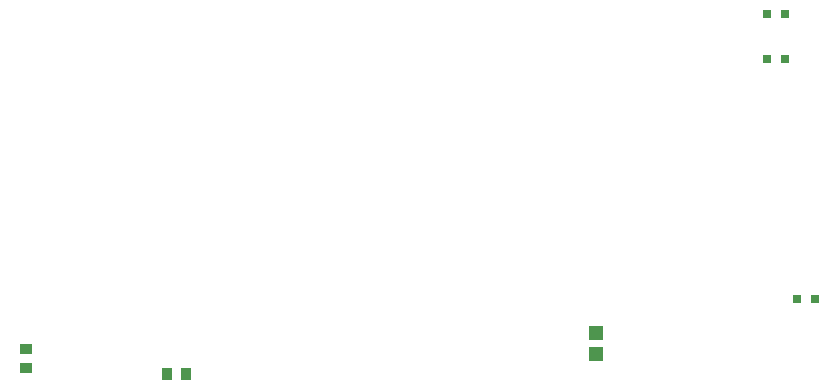
<source format=gbr>
G04 EAGLE Gerber RS-274X export*
G75*
%MOMM*%
%FSLAX34Y34*%
%LPD*%
%INSolderpaste Top*%
%IPPOS*%
%AMOC8*
5,1,8,0,0,1.08239X$1,22.5*%
G01*
%ADD10R,0.800000X0.800000*%
%ADD11R,1.031241X0.949959*%
%ADD12R,1.270000X1.143000*%
%ADD13R,0.949959X1.031241*%


D10*
X856100Y368300D03*
X871100Y368300D03*
X856100Y330200D03*
X871100Y330200D03*
D11*
X228600Y84201D03*
X228600Y68199D03*
D12*
X711200Y80010D03*
X711200Y97790D03*
D10*
X881500Y127000D03*
X896500Y127000D03*
D13*
X347599Y63500D03*
X363601Y63500D03*
M02*

</source>
